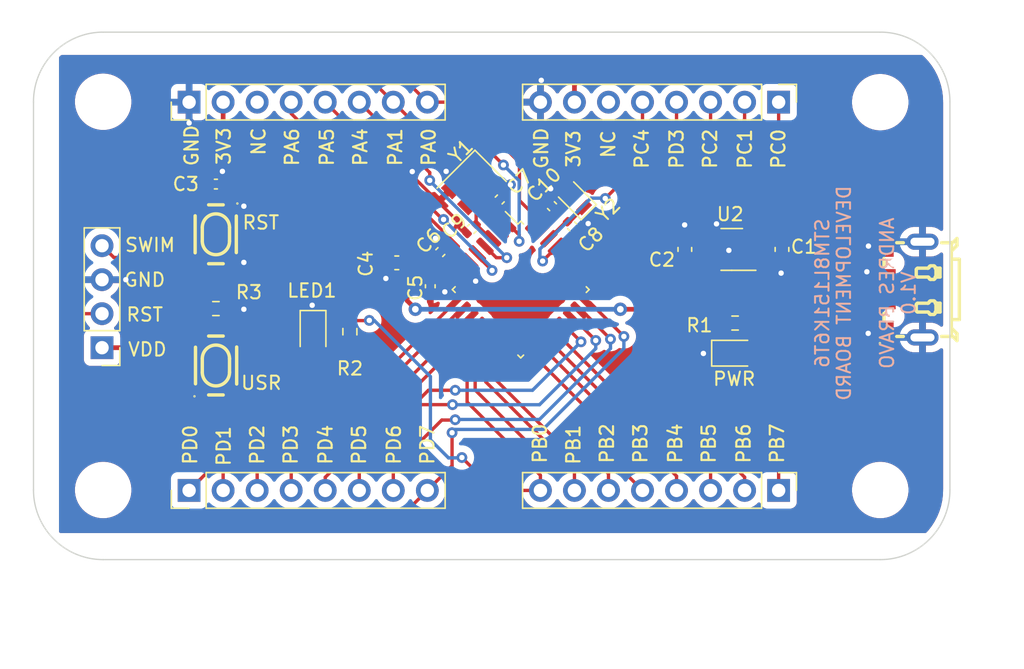
<source format=kicad_pcb>
(kicad_pcb (version 20211014) (generator pcbnew)
  (layers (0 "F.Cu" signal) (31 "B.Cu" signal) (34 "B.Paste" user) (35 "F.Paste" user) (36 "B.SilkS" user "B.Silkscreen") (37 "F.SilkS" user "F.Silkscreen") (38 "B.Mask" user) (39 "F.Mask" user) (44 "Edge.Cuts" user))
  (net 0 "")
  (net 1 "+5V")
  (net 2 "GND")
  (net 3 "+3V3")
  (net 4 "/PA1")
  (net 5 "Net-(D1-Pad2)")
  (net 6 "Net-(D2-Pad2)")
  (net 7 "/PB0")
  (net 8 "/HSE_IN")
  (net 9 "/LSE_IN")
  (net 10 "/PA4")
  (net 11 "/PA5")
  (net 12 "/PA6")
  (net 13 "/PD0")
  (net 14 "/PD1")
  (net 15 "/PD2")
  (net 16 "/PD3")
  (net 17 "/PB1")
  (net 18 "/PB2")
  (net 19 "/PB3")
  (net 20 "/PB4")
  (net 21 "/PB5")
  (net 22 "/PB6")
  (net 23 "/PB7")
  (net 24 "/PD4")
  (net 25 "/PD5")
  (net 26 "/PD6")
  (net 27 "/PD7")
  (net 28 "/PC0")
  (net 29 "/PC1")
  (net 30 "/PC2")
  (net 31 "/PC3")
  (net 32 "/PC4")
  (net 33 "/PA0")
  (net 37 "Net-(R3-Pad1)")
  (net 40 "/HSE_OUT")
  (net 41 "/LSE_OUT")
  (footprint "Capacitor_SMD:C_0402_1005Metric" (layer "F.Cu") (at 132.2 94 -45)
    (fp_text reference "C8")
    (fp_text value "15pF")
  )
  (footprint "Connector_PinHeader_2.54mm:PinHeader_1x08_P2.54mm_Vertical" (layer "F.Cu") (at 147.614986 84.730672 -90)
    (fp_text reference "J3")
    (fp_text value "Conn_01x08")
  )
  (footprint "MountingHole:MountingHole_3.2mm_M3" (layer "F.Cu") (at 97.2 113.7)
    (fp_text reference "H4")
    (fp_text value "MountingHole")
  )
  (footprint "Package_TO_SOT_SMD:SOT-23-5" (layer "F.Cu") (at 144.114986 95.730672 180)
    (fp_text reference "U2")
    (fp_text value "TPMIC5504")
  )
  (footprint "Capacitor_SMD:C_0603_1608Metric" (layer "F.Cu") (at 119.114986 96.730672 180)
    (fp_text reference "C4")
    (fp_text value "1uF")
  )
  (footprint "Crystal:Crystal_SMD_3225-4Pin_3.2x2.5mm" (layer "F.Cu") (at 124.7 90.9 -135)
    (fp_text reference "Y1")
    (fp_text value "8MHz")
  )
  (footprint "Capacitor_SMD:C_0402_1005Metric" (layer "F.Cu") (at 105.614986 90.85)
    (fp_text reference "C3")
    (fp_text value "100nF")
  )
  (footprint "Capacitor_SMD:C_0402_1005Metric" (layer "F.Cu") (at 122.364986 95.930672 45)
    (fp_text reference "C6")
    (fp_text value "100nF")
  )
  (footprint "Resistor_SMD:R_0603_1608Metric" (layer "F.Cu") (at 105.614986 100.15)
    (fp_text reference "R3")
    (fp_text value "100")
  )
  (footprint "Resistor_SMD:R_0603_1608Metric" (layer "F.Cu") (at 115.614986 101.873172 -90)
    (fp_text reference "R2")
    (fp_text value "100")
  )
  (footprint "Connector_USB:MICRO-USB-SMD_MICRO-7.2JB" (layer "F.Cu") (at 156.975058 98.730672 90)
    (fp_text reference "U1" hide)
    (fp_text value "USB_B_Micro")
  )
  (footprint "Capacitor_SMD:C_0402_1005Metric" (layer "F.Cu") (at 126.8 92 45)
    (fp_text reference "C7")
    (fp_text value "15pF")
  )
  (footprint "Connector_PinHeader_2.54mm:PinHeader_1x08_P2.54mm_Vertical" (layer "F.Cu") (at 147.614986 113.730672 -90)
    (fp_text reference "J2")
    (fp_text value "Conn_01x08")
  )
  (footprint "MountingHole:MountingHole_3.2mm_M3" (layer "F.Cu") (at 155.2 84.730672)
    (fp_text reference "H1")
    (fp_text value "MountingHole")
  )
  (footprint "Package_QFP:LQFP-32_7x7mm_P0.8mm" (layer "F.Cu") (at 128.364986 98.730672 -45)
    (fp_text reference "U3")
    (fp_text value "STM8L151K6T6")
  )
  (footprint "Capacitor_SMD:C_0603_1608Metric" (layer "F.Cu") (at 140.614986 95.730672 90)
    (fp_text reference "C2")
    (fp_text value "1uF")
  )
  (footprint "Capacitor_SMD:C_0402_1005Metric" (layer "F.Cu") (at 130.7 92.5 135)
    (fp_text reference "C10")
    (fp_text value "15pF")
  )
  (footprint "Button_Switch_SMD:SW-SMD_4P-L4.2-W3.2-P2.20-LS4.6" (layer "F.Cu") (at 105.614986 104.4 90)
    (fp_text reference "USR")
    (fp_text value "USER")
  )
  (footprint "LED_SMD:LED_0805_2012Metric" (layer "F.Cu") (at 144.302486 103.480672)
    (fp_text reference "PWR")
    (fp_text value "GREEN")
  )
  (footprint "Crystal:Crystal_SMD_2012-2Pin_2.0x1.2mm" (layer "F.Cu") (at 132.6 92.1 135)
    (fp_text reference "Y2")
    (fp_text value "32K768Hz")
  )
  (footprint "Capacitor_SMD:C_0402_1005Metric" (layer "F.Cu") (at 121.614986 98.480672 -90)
    (fp_text reference "C5")
    (fp_text value "100nF")
  )
  (footprint "Capacitor_SMD:C_0603_1608Metric" (layer "F.Cu") (at 147.864986 95.730672 -90)
    (fp_text reference "C1")
    (fp_text value "1uF")
  )
  (footprint "MountingHole:MountingHole_3.2mm_M3" (layer "F.Cu") (at 155.2 113.7)
    (fp_text reference "H3")
    (fp_text value "MountingHole")
  )
  (footprint "MountingHole:MountingHole_3.2mm_M3" (layer "F.Cu") (at 97.2 84.7)
    (fp_text reference "H2")
    (fp_text value "MountingHole")
  )
  (footprint "Resistor_SMD:R_0603_1608Metric" (layer "F.Cu") (at 144.364986 101.230672)
    (fp_text reference "R1")
    (fp_text value "100")
  )
  (footprint "Connector_PinHeader_2.54mm:PinHeader_1x08_P2.54mm_Vertical" (layer "F.Cu") (at 103.614986 84.730672 90)
    (fp_text reference "J1")
    (fp_text value "Conn_01x08")
  )
  (footprint "Connector_PinHeader_2.54mm:PinHeader_1x08_P2.54mm_Vertical" (layer "F.Cu") (at 103.614986 113.730672 90)
    (fp_text reference "J4")
    (fp_text value "Conn_01x08")
  )
  (footprint "Button_Switch_SMD:SW-SMD_4P-L4.2-W3.2-P2.20-LS4.6" (layer "F.Cu") (at 105.614986 94.6 -90)
    (fp_text reference "RST")
    (fp_text value "RESET")
  )
  (footprint "Connector_PinHeader_2.54mm:PinHeader_1x04_P2.54mm_Vertical" (layer "F.Cu") (at 97.114986 103.070672 180)
    (fp_text reference "J5")
    (fp_text value "Conn_01x04")
  )
  (footprint "Capacitor_SMD:C_0402_1005Metric" (layer "F.Cu") (at 124.7 94.2 -135)
    (fp_text reference "C9")
    (fp_text value "15pF")
  )
  (footprint "LED_SMD:LED_0805_2012Metric" (layer "F.Cu") (at 112.864986 101.980672 -90)
    (fp_text reference "LED1")
    (fp_text value "RED")
  )
  (gr_line (start 160.4 84.7) (end 160.4 113.7) (layer "Edge.Cuts") (width 0.1))
  (gr_line (start 92 113.7) (end 92 84.7) (layer "Edge.Cuts") (width 0.1))
  (gr_line (start 155.2 118.9) (end 97.2 118.9) (layer "Edge.Cuts") (width 0.1))
  (gr_arc (start 92 84.7) (mid 93.523045 81.023045) (end 97.2 79.5) (layer "Edge.Cuts") (width 0.1))
  (gr_line (start 97.2 79.5) (end 155.2 79.5) (layer "Edge.Cuts") (width 0.1))
  (gr_arc (start 160.4 113.7) (mid 158.876955 117.376955) (end 155.2 118.9) (layer "Edge.Cuts") (width 0.1))
  (gr_arc (start 97.2 118.9) (mid 93.523045 117.376955) (end 92 113.7) (layer "Edge.Cuts") (width 0.1))
  (gr_arc (start 155.2 79.5) (mid 158.876955 81.023045) (end 160.4 84.7) (layer "Edge.Cuts") (width 0.1))
  (gr_text "STM8L151K6T6\nDEVELOPMENT BOARD\n\nANDRES BRAVO\nV1.0" (at 154.1 99 90) (layer "B.SilkS") (effects (font (size 1 1)) (justify mirror)))
  (gr_text "NC" (at 108.8 88.8 90) (layer "F.SilkS") (effects (font (size 1 1) (thickness 0.16)) (justify left)))
  (gr_text "PD7" (at 121.4 111.9 90) (layer "F.SilkS") (effects (font (size 1 1) (thickness 0.16)) (justify left)))
  (gr_text "PD3" (at 111.2 111.9 90) (layer "F.SilkS") (effects (font (size 1 1) (thickness 0.16)) (justify left)))
  (gr_text "PD5" (at 116.3 111.9 90) (layer "F.SilkS") (effects (font (size 1 1) (thickness 0.16)) (justify left)))
  (gr_text "PD6" (at 118.9 111.9 90) (layer "F.SilkS") (effects (font (size 1 1) (thickness 0.16)) (justify left)))
  (gr_text "VDD" (at 100.5 103.2) (layer "F.SilkS") (effects (font (size 1 1))))
  (gr_text "PC0" (at 147.6 89.8 90) (layer "F.SilkS") (effects (font (size 1 1) (thickness 0.16)) (justify left)))
  (gr_text "PA6" (at 111.3 89.6 90) (layer "F.SilkS") (effects (font (size 1 1) (thickness 0.16)) (justify left)))
  (gr_text "PC4" (at 137.4 89.8 90) (layer "F.SilkS") (effects (font (size 1 1) (thickness 0.16)) (justify left)))
  (gr_text "PB7" (at 147.5 111.8 90) (layer "F.SilkS") (effects (font (size 1 1) (thickness 0.16)) (justify left)))
  (gr_text "RST" (at 100.3 100.6) (layer "F.SilkS") (effects (font (size 1 1))))
  (gr_text "PB1" (at 132.3 111.9 90) (layer "F.SilkS") (effects (font (size 1 1) (thickness 0.16)) (justify left)))
  (gr_text "3V3" (at 132.3 89.7 90) (layer "F.SilkS") (effects (font (size 1 1) (thickness 0.16)) (justify left)))
  (gr_text "GND" (at 100.3 98) (layer "F.SilkS") (effects (font (size 1 1))))
  (gr_text "PA0" (at 121.5 89.6 90) (layer "F.SilkS") (effects (font (size 1 1) (thickness 0.16)) (justify left)))
  (gr_text "PB4" (at 139.9 111.8 90) (layer "F.SilkS") (effects (font (size 1 1) (thickness 0.16)) (justify left)))
  (gr_text "PA5" (at 113.9 89.6 90) (layer "F.SilkS") (effects (font (size 1 1) (thickness 0.16)) (justify left)))
  (gr_text "PD1" (at 106.2 112 90) (layer "F.SilkS") (effects (font (size 1 1) (thickness 0.16)) (justify left)))
  (gr_text "PA1" (at 119 89.6 90) (layer "F.SilkS") (effects (font (size 1 1) (thickness 0.16)) (justify left)))
  (gr_text "PC2" (at 142.5 89.8 90) (layer "F.SilkS") (effects (font (size 1 1) (thickness 0.16)) (justify left)))
  (gr_text "GND" (at 103.8 89.6 90) (layer "F.SilkS") (effects (font (size 1 1) (thickness 0.16)) (justify left)))
  (gr_text "PA4" (at 116.4 89.6 90) (layer "F.SilkS") (effects (font (size 1 1) (thickness 0.16)) (justify left)))
  (gr_text "PB3" (at 137.3 111.8 90) (layer "F.SilkS") (effects (font (size 1 1) (thickness 0.16)) (justify left)))
  (gr_text "GND" (at 129.9 89.8 90) (layer "F.SilkS") (effects (font (size 1 1) (thickness 0.16)) (justify left)))
  (gr_text "PD4" (at 113.8 111.9 90) (layer "F.SilkS") (effects (font (size 1 1) (thickness 0.16)) (justify left)))
  (gr_text "PC1" (at 145.1 89.8 90) (layer "F.SilkS") (effects (font (size 1 1) (thickness 0.16)) (justify left)))
  (gr_text "SWIM" (at 100.7 95.4) (layer "F.SilkS") (effects (font (size 1 1))))
  (gr_text "PD2" (at 108.7 111.9 90) (layer "F.SilkS") (effects (font (size 1 1) (thickness 0.16)) (justify left)))
  (gr_text "PB5\n" (at 142.4 111.8 90) (layer "F.SilkS") (effects (font (size 1 1) (thickness 0.16)) (justify left)))
  (gr_text "PB2" (at 134.8 111.8 90) (layer "F.SilkS") (effects (font (size 1 1) (thickness 0.16)) (justify left)))
  (gr_text "PD0" (at 103.7 111.9 90) (layer "F.SilkS") (effects (font (size 1 1) (thickness 0.16)) (justify left)))
  (gr_text "PB0" (at 129.8 111.8 90) (layer "F.SilkS") (effects (font (size 1 1) (thickness 0.16)) (justify left)))
  (gr_text "3V3" (at 106.2 89.5 90) (layer "F.SilkS") (effects (font (size 1 1) (thickness 0.16)) (justify left)))
  (gr_text "PB6" (at 145 111.8 90) (layer "F.SilkS") (effects (font (size 1 1) (thickness 0.16)) (justify left)))
  (gr_text "PD3" (at 140 89.8 90) (layer "F.SilkS") (effects (font (size 1 1) (thickness 0.16)) (justify left)))
  (gr_text "NC" (at 134.9 89 90) (layer "F.SilkS") (effects (font (size 1 1) (thickness 0.16)) (justify left)))
  (segment (start 148.855672 94.955672) (end 153.900675 100.000675) (width 0.35) (layer "F.Cu") (net 1))
  (segment (start 147.689986 94.780672) (end 147.864986 94.955672) (width 0.35) (layer "F.Cu") (net 1))
  (segment (start 146.019328 96.680672) (end 146.8 95.9) (width 0.35) (layer "F.Cu") (net 1))
  (segment (start 147.864986 94.955672) (end 148.855672 94.955672) (width 0.35) (layer "F.Cu") (net 1))
  (segment (start 145.252486 94.780672) (end 146.719328 94.780672) (width 0.35) (layer "F.Cu") (net 1))
  (segment (start 153.900675 100.000675) (end 155.674956 100.000675) (width 0.35) (layer "F.Cu") (net 1))
  (segment (start 145.252486 96.680672) (end 146.019328 96.680672) (width 0.35) (layer "F.Cu") (net 1))
  (segment (start 146.719328 94.780672) (end 147.689986 94.780672) (width 0.35) (layer "F.Cu") (net 1))
  (segment (start 146.8 94.861344) (end 146.719328 94.780672) (width 0.35) (layer "F.Cu") (net 1))
  (segment (start 146.8 95.9) (end 146.8 94.861344) (width 0.35) (layer "F.Cu") (net 1))
  (segment (start 154.519392 101.980608) (end 154.5 102) (width 0.25) (layer "F.Cu") (net 2))
  (segment (start 130.360589 92.160589) (end 130.360589 91.439411) (width 0.25) (layer "F.Cu") (net 2))
  (segment (start 132.539411 94.339411) (end 132.860589 94.339411) (width 0.25) (layer "F.Cu") (net 2))
  (segment (start 140.614986 93.914986) (end 140.6 93.9) (width 0.25) (layer "F.Cu") (net 2))
  (segment (start 124.360589 94.323865) (end 123.718362 93.681638) (width 0.25) (layer "F.Cu") (net 2))
  (segment (start 122.439328 98.960672) (end 122.5 98.9) (width 0.25) (layer "F.Cu") (net 2))
  (segment (start 97.114986 97.990672) (end 98.890672 97.990672) (width 0.25) (layer "F.Cu") (net 2))
  (segment (start 142.977486 94.780672) (end 142.977486 93.822514) (width 0.25) (layer "F.Cu") (net 2))
  (segment (start 103.614986 84.730672) (end 103.614986 86.285014) (width 0.25) (layer "F.Cu") (net 2))
  (segment (start 130.360589 91.439411) (end 130.6 91.2) (width 0.25) (layer "F.Cu") (net 2))
  (segment (start 154.2 97.4) (end 154.200291 97.399709) (width 0.25) (layer "F.Cu") (net 2))
  (segment (start 127.139411 91.660589) (end 127.139411 91.359089) (width 0.25) (layer "F.Cu") (net 2))
  (segment (start 106.094986 90.85) (end 106.094986 89.905014) (width 0.25) (layer "F.Cu") (net 2))
  (segment (start 122.8 90.555635) (end 122.8 89.9) (width 0.25) (layer "F.Cu") (net 2))
  (segment (start 112.864986 101.043172) (end 112.864986 99.964986) (width 0.25) (layer "F.Cu") (net 2))
  (segment (start 106.439986 100.15) (end 107.55 100.15) (width 0.25) (layer "F.Cu") (net 2))
  (segment (start 121.614986 98.960672) (end 122.439328 98.960672) (width 0.25) (layer "F.Cu") (net 2))
  (segment (start 107.699924 96.700076) (end 107.7 96.7) (width 0.25) (layer "F.Cu") (net 2))
  (segment (start 123.718362 93.681638) (end 123.718362 93.680932) (width 0.25) (layer "F.Cu") (net 2))
  (segment (start 155.600026 95.480736) (end 154.319264 95.480736) (width 0.25) (layer "F.Cu") (net 2))
  (segment (start 106.689916 96.700076) (end 107.699924 96.700076) (width 0.25) (layer "F.Cu") (net 2))
  (segment (start 107.55 100.15) (end 107.6 100.2) (width 0.25) (layer "F.Cu") (net 2))
  (segment (start 123.321142 91.076777) (end 122.8 90.555635) (width 0.25) (layer "F.Cu") (net 2))
  (segment (start 147.864986 96.505672) (end 147.864986 97.435014) (width 0.25) (layer "F.Cu") (net 2))
  (segment (start 133.3 93.9) (end 133.4 93.8) (width 0.25) (layer "F.Cu") (net 2))
  (segment (start 118.339986 96.730672) (end 118.339986 97.860014) (width 0.25) (layer "F.Cu") (net 2))
  (segment (start 143.364986 103.480672) (end 142.019328 103.480672) (width 0.25) (layer "F.Cu") (net 2))
  (segment (start 120.269 90.17) (end 120.269 89.916) (width 0.25) (layer "F.Cu") (net 2))
  (segment (start 155.674956 97.399709) (end 154.200291 97.399709) (width 0.25) (layer "F.Cu") (net 2))
  (segment (start 127.7 90.9) (end 127.5985 90.9) (width 0.25) (layer "F.Cu") (net 2))
  (segment (start 122.5 98.9) (end 122.7 98.9) (width 0.25) (layer "F.Cu") (net 2))
  (segment (start 122.704397 95.89851) (end 123.998602 97.192715) (width 0.25) (layer "F.Cu") (net 2))
  (segment (start 118.339986 97.860014) (end 118.3 97.9) (width 0.25) (layer "F.Cu") (net 2))
  (segment (start 107.699924 92.499924) (end 107.7 92.5) (width 0.25) (layer "F.Cu") (net 2))
  (segment (start 132.860589 94.339411) (end 133.3 93.9) (width 0.25) (layer "F.Cu") (net 2))
  (segment (start 123.718362 93.680932) (end 120.269 90.23157) (width 0.25) (layer "F.Cu") (net 2))
  (segment (start 107.6 100.2) (end 107.7 100.2) (width 0.25) (layer "F.Cu") (net 2))
  (segment (start 124.360589 94.539411) (end 124.360589 94.323865) (width 0.25) (layer "F.Cu") (net 2))
  (segment (start 140.614986 94.955672) (end 140.614986 93.914986) (width 0.25) (layer "F.Cu") (net 2))
  (segment (start 106.094986 89.905014) (end 106.1 89.9) (width 0.25) (layer "F.Cu") (net 2))
  (segment (start 127.523223 90.723223) (end 127.7 90.9) (width 0.25) (layer "F.Cu") (net 2))
  (segment (start 124.092715 97.192715) (end 125 98.1) (width 0.25) (layer "F.Cu") (net 2))
  (segment (start 112.864986 99.964986) (end 112.8 99.9) (width 0.25) (layer "F.Cu") (net 2))
  (segment (start 129.834986 84.730672) (end 129.834986 83.165014) (width 0.25) (layer "F.Cu") (net 2))
  (segment (start 103.6 86.3) (end 103.614986 86.285014) (width 0.25) (layer "F.Cu") (net 2))
  (segment (start 122.691261 95.591261) (end 122 94.9) (width 0.25) (layer "F.Cu") (net 2))
  (segment (start 154.3 95.5) (end 154.319264 95.480736) (width 0.25) (layer "F.Cu") (net 2))
  (segment (start 122.704397 95.591261) (end 122.691261 95.591261) (width 0.25) (layer "F.Cu") (net 2))
  (segment (start 98.9 98) (end 98.890672 97.990672) (width 0.25) (layer "F.Cu") (net 2))
  (segment (start 155.600026 101.980608) (end 154.519392 101.980608) (width 0.25) (layer "F.Cu") (net 2))
  (segment (start 147.864986 97.435014) (end 147.8 97.5) (width 0.25) (layer "F.Cu") (net 2))
  (segment (start 122.704397 95.591261) (end 122.704397 95.89851) (width 0.25) (layer "F.Cu") (net 2))
  (segment (start 106.689916 92.499924) (end 107.699924 92.499924) (width 0.25) (layer "F.Cu") (net 2))
  (segment (start 143 93.8) (end 142.977486 93.822514) (width 0.25) (layer "F.Cu") (net 2))
  (segment (start 129.834986 83.165014) (end 129.9 83.1) (width 0.25) (layer "F.Cu") (net 2))
  (segment (start 145.252486 95.730672) (end 143.969328 95.730672) (width 0.25) (layer "F.Cu") (net 2))
  (segment (start 143.969328 95.730672) (end 143.9 95.8) (width 0.25) (layer "F.Cu") (net 2))
  (segment (start 142.019328 103.480672) (end 142 103.5) (width 0.25) (layer "F.Cu") (net 2))
  (segment (start 127.139411 91.359089) (end 127.5985 90.9) (width 0.25) (layer "F.Cu") (net 2))
  (segment (start 120.269 90.23157) (end 120.269 90.17) (width 0.25) (layer "F.Cu") (net 2))
  (segment (start 154.5 102) (end 154.3 102) (width 0.25) (layer "F.Cu") (net 2))
  (segment (start 123.998602 97.192715) (end 124.092715 97.192715) (width 0.25) (layer "F.Cu") (net 2))
  (segment (start 126.078858 90.723223) (end 127.523223 90.723223) (width 0.25) (layer "F.Cu") (net 2))
  (via (at 143.9 95.8) (size 0.8) (drill 0.4) (layers "F.Cu" "B.Cu") (net 2))
  (via (at 140.6 93.9) (size 0.8) (drill 0.4) (layers "F.Cu" "B.Cu") (net 2))
  (via (at 154.319264 95.480736) (size 0.8) (drill 0.4) (layers "F.Cu" "B.Cu") (net 2))
  (via (at 154.3 102) (size 0.8) (drill 0.4) (layers "F.Cu" "B.Cu") (net 2))
  (via (at 122.8 89.9) (size 0.8) (drill 0.4) (layers "F.Cu" "B.Cu") (net 2))
  (via (at 118.3 97.9) (size 0.8) (drill 0.4) (layers "F.Cu" "B.Cu") (net 2))
  (via (at 107.7 92.5) (size 0.8) (drill 0.4) (layers "F.Cu" "B.Cu") (net 2))
  (via (at 154.200291 97.399709) (size 0.8) (drill 0.4) (layers "F.Cu" "B.Cu") (net 2))
  (via (at 125 98.1) (size 0.8) (drill 0.4) (layers "F.Cu" "B.Cu") (net 2))
  (via (at 133.4 93.8) (size 0.8) (drill 0.4) (layers "F.Cu" "B.Cu") (net 2))
  (via (at 142 103.5) (size 0.8) (drill 0.4) (layers "F.Cu" "B.Cu") (net 2))
  (via (at 142.977486 93.822514) (size 0.8) (drill 0.4) (layers "F.Cu" "B.Cu") (net 2))
  (via (at 122.7 98.9) (size 0.8) (drill 0.4) (layers "F.Cu" "B.Cu") (net 2))
  (via (at 127.5985 90.9) (size 0.8) (drill 0.4) (layers "F.Cu" "B.Cu") (net 2))
  (via (at 107.7 100.2) (size 0.8) (drill 0.4) (layers "F.Cu" "B.Cu") (net 2))
  (via (at 112.8 99.9) (size 0.8) (drill 0.4) (layers "F.Cu" "B.Cu") (net 2))
  (via (at 107.7 96.7) (size 0.8) (drill 0.4) (layers "F.Cu" "B.Cu") (net 2))
  (via (at 120.269 89.916) (size 0.8) (drill 0.4) (layers "F.Cu" "B.Cu") (net 2))
  (via (at 122 94.9) (size 0.8) (drill 0.4) (layers "F.Cu" "B.Cu") (net 2))
  (via (at 147.8 97.5) (size 0.8) (drill 0.4) (layers "F.Cu" "B.Cu") (net 2))
  (via (at 130.6 91.2) (size 0.8) (drill 0.4) (layers "F.Cu" "B.Cu") (net 2))
  (via (at 98.890672 97.990672) (size 0.8) (drill 0.4) (layers "F.Cu" "B.Cu") (net 2))
  (via (at 129.9 83.1) (size 0.8) (drill 0.4) (layers "F.Cu" "B.Cu") (net 2))
  (via (at 103.614986 86.285014) (size 0.8) (drill 0.4) (layers "F.Cu" "B.Cu") (net 2))
  (via (at 106.1 89.9) (size 0.8) (drill 0.4) (layers "F.Cu" "B.Cu") (net 2))
  (segment (start 116.329657 95.270343) (end 118.429657 95.270343) (width 0.35) (layer "F.Cu") (net 3))
  (segment (start 139.305672 96.505672) (end 138.6 95.8) (width 0.35) (layer "F.Cu") (net 3))
  (segment (start 119.889986 96.730672) (end 121.564986 96.730672) (width 0.35) (layer "F.Cu") (net 3))
  (segment (start 133.5 82.3) (end 132.374986 83.425014) (width 0.35) (layer "F.Cu") (net 3))
  (segment (start 138.6 94.2) (end 144.8 88) (width 0.35) (layer "F.Cu") (net 3))
  (segment (start 140.809314 96.7) (end 142.958158 96.7) (width 0.35) (layer "F.Cu") (net 3))
  (segment (start 120.344986 96.730672) (end 121.614986 98.000672) (width 0.35) (layer "F.Cu") (net 3))
  (segment (start 150.3 86.3) (end 150.3 83) (width 0.35) (layer "F.Cu") (net 3))
  (segment (start 138.6 95.8) (end 138.6 94.2) (width 0.35) (layer "F.Cu") (net 3))
  (segment (start 121.584986 98.030672) (end 121.614986 98.000672) (width 0.25) (layer "F.Cu") (net 3))
  (segment (start 149.6 82.3) (end 133.5 82.3) (width 0.35) (layer "F.Cu") (net 3))
  (segment (start 140.614986 98.305672) (end 143.539986 101.230672) (width 0.35) (layer "F.Cu") (net 3))
  (segment (start 106.154986 86.154986) (end 106.154986 84.730672) (width 0.35) (layer "F.Cu") (net 3))
  (segment (start 106.9 86.9) (end 106.154986 86.154986) (width 0.35) (layer "F.Cu") (net 3))
  (segment (start 150.3 83) (end 149.6 82.3) (width 0.35) (layer "F.Cu") (net 3))
  (segment (start 104.1 98.2) (end 113.4 98.2) (width 0.35) (layer "F.Cu") (net 3))
  (segment (start 119.889986 96.730672) (end 118.429657 95.270343) (width 0.35) (layer "F.Cu") (net 3))
  (segment (start 132.374986 83.425014) (end 132.374986 84.730672) (width 0.35) (layer "F.Cu") (net 3))
  (segment (start 120.464986 100.164986) (end 120.5 100.2) (width 0.35) (layer "F.Cu") (net 3))
  (segment (start 121.564986 96.730672) (end 122.025575 96.270083) (width 0.35) (layer "F.Cu") (net 3))
  (segment (start 122.025575 96.270083) (end 122.025575 96.351059) (width 0.35) (layer "F.Cu") (net 3))
  (segment (start 140.614986 96.985014) (end 140.614986 96.505672) (width 0.35) (layer "F.Cu") (net 3))
  (segment (start 140.614986 96.505672) (end 140.614986 98.305672) (width 0.35) (layer "F.Cu") (net 3))
  (segment (start 148.6 88) (end 150.3 86.3) (width 0.35) (layer "F.Cu") (net 3))
  (segment (start 140.614986 96.505672) (end 139.305672 96.505672) (width 0.35) (layer "F.Cu") (net 3))
  (segment (start 140.614986 96.505672) (end 140.809314 96.7) (width 0.35) (layer "F.Cu") (net 3))
  (segment (start 97.114986 103.070672) (end 99.229328 103.070672) (width 0.35) (layer "F.Cu") (net 3))
  (segment (start 137.4 100.2) (end 140.614986 96.985014) (width 0.35) (layer "F.Cu") (net 3))
  (segment (start 99.229328 103.070672) (end 104.1 98.2) (width 0.35) (layer "F.Cu") (net 3))
  (segment (start 137.4 100.2) (end 135.8 100.2) (width 0.35) (layer "F.Cu") (net 3))
  (segment (start 110.059314 86.9) (end 106.9 86.9) (width 0.35) (layer "F.Cu") (net 3))
  (segment (start 119.889986 99.555672) (end 120.464986 100.130672) (width 0.35) (layer "F.Cu") (net 3))
  (segment (start 142.958158 96.7) (end 142.977486 96.680672) (width 0.35) (layer "F.Cu") (net 3))
  (segment (start 113.4 98.2) (end 116.329657 95.270343) (width 0.35) (layer "F.Cu") (net 3))
  (segment (start 120.464986 100.130672) (end 120.464986 100.164986) (width 0.35) (layer "F.Cu") (net 3))
  (segment (start 119.889986 96.730672) (end 120.344986 96.730672) (width 0.35) (layer "F.Cu") (net 3))
  (segment (start 122.025575 96.351059) (end 123.432916 97.7584) (width 0.35) (layer "F.Cu") (net 3))
  (segment (start 119.889986 96.730672) (end 119.889986 99.555672) (width 0.35) (layer "F.Cu") (net 3))
  (segment (start 118.429657 95.270343) (end 110.059314 86.9) (width 0.35) (layer "F.Cu") (net 3))
  (segment (start 144.8 88) (end 148.6 88) (width 0.35) (layer "F.Cu") (net 3))
  (via (at 135.8 100.2) (size 1) (drill 0.5) (layers "F.Cu" "B.Cu") (net 3))
  (via (at 120.5 100.2) (size 1) (drill 0.5) (layers "F.Cu" "B.Cu") (net 3))
  (segment (start 120.5 100.2) (end 135.8 100.2) (width 0.35) (layer "B.Cu") (net 3))
  (segment (start 127.075 89.425) (end 125.05 87.4) (width 0.25) (layer "F.Cu") (net 4))
  (segment (start 97.995062 96.330748) (end 104.540056 96.330748) (width 0.25) (layer "F.Cu") (net 4))
  (segment (start 127.392714 93.798602) (end 127.398602 93.798602) (width 0.25) (layer "F.Cu") (net 4))
  (segment (start 125.05 87.4) (end 121.524314 87.4) (width 0.25) (layer "F.Cu") (net 4))
  (segment (start 117 82.875686) (end 118.854986 84.730672) (width 0.25) (layer "F.Cu") (net 4))
  (segment (start 101.775 86.125) (end 101.775 83.35) (width 0.25) (layer "F.Cu") (net 4))
  (segment (start 101.775 83.35) (end 102.275 82.85) (width 0.25) (layer "F.Cu") (net 4))
  (segment (start 102.275 82.85) (end 117 82.85) (width 0.25) (layer "F.Cu") (net 4))
  (segment (start 128.25 94.65) (end 128.25 95.125) (width 0.25) (layer "F.Cu") (net 4))
  (segment (start 105.134986 89.484986) (end 101.775 86.125) (width 0.25) (layer "F.Cu") (net 4))
  (segment (start 127.398602 93.798602) (end 128.25 94.65) (width 0.25) (layer "F.Cu") (net 4))
  (segment (start 104.540056 96.700076) (end 104.540056 92.499924) (width 0.25) (layer "F.Cu") (net 4))
  (segment (start 97.114986 95.450672) (end 97.995062 96.330748) (width 0.25) (layer "F.Cu") (net 4))
  (segment (start 117 82.85) (end 117 82.875686) (width 0.25) (layer "F.Cu") (net 4))
  (segment (start 105.134986 90.85) (end 105.134986 89.484986) (width 0.25) (layer "F.Cu") (net 4))
  (segment (start 105.134986 90.85) (end 105.134986 91.904994) (width 0.25) (layer "F.Cu") (net 4))
  (segment (start 105.134986 91.904994) (end 104.540056 92.499924) (width 0.25) (layer "F.Cu") (net 4))
  (segment (start 121.524314 87.4) (end 118.854986 84.730672) (width 0.25) (layer "F.Cu") (net 4))
  (via (at 128.25 95.125) (size 0.8) (drill 0.4) (layers "F.Cu" "B.Cu") (net 4))
  (via (at 127.075 89.425) (size 0.8) (drill 0.4) (layers "F.Cu" "B.Cu") (net 4))
  (segment (start 128.25 95.125) (end 128.25 90.6) (width 0.25) (layer "B.Cu") (net 4))
  (segment (start 128.25 90.6) (end 127.075 89.425) (width 0.25) (layer "B.Cu") (net 4))
  (segment (start 145.189986 101.230672) (end 145.189986 103.430672) (width 0.25) (layer "F.Cu") (net 5))
  (segment (start 145.189986 103.430672) (end 145.239986 103.480672) (width 0.25) (layer "F.Cu") (net 5))
  (segment (start 112.864986 102.918172) (end 115.394986 102.918172) (width 0.25) (layer "F.Cu") (net 6))
  (segment (start 115.394986 102.918172) (end 115.614986 102.698172) (width 0.25) (layer "F.Cu") (net 6))
  (segment (start 125.695658 101.965686) (end 125.695658 102.1) (width 0.25) (layer "F.Cu") (net 7))
  (segment (start 125.695658 102) (end 124.364986 103.330672) (width 0.25) (layer "F.Cu") (net 7))
  (segment (start 117.047486 101.048172) (end 117.064986 101.030672) (width 0.25) (layer "F.Cu") (net 7))
  (segment (start 126.430672 113.730672) (end 129.834986 113.730672) (width 0.25) (layer "F.Cu") (net 7))
  (segment (start 115.614986 101.048172) (end 117.047486 101.048172) (width 0.25) (layer "F.Cu") (net 7))
  (segment (start 125.695658 101.965686) (end 125.629972 101.965686) (width 0.25) (layer "F.Cu") (net 7))
  (segment (start 123.975 111.275) (end 126.430672 113.730672) (width 0.25) (layer "F.Cu") (net 7))
  (segment (start 125.695658 101.965686) (end 125.695658 102) (width 0.25) (layer "F.Cu") (net 7))
  (segment (start 124.364986 103.330672) (end 124.364986 107.130672) (width 0.25) (layer "F.Cu") (net 7))
  (segment (start 124.364986 107.130672) (end 129.834986 112.600672) (width 0.25) (layer "F.Cu") (net 7))
  (segment (start 129.834986 112.600672) (end 129.834986 113.730672) (width 0.25) (layer "F.Cu") (net 7))
  (via (at 123.975 111.275) (size 0.8) (drill 0.4) (layers "F.Cu" "B.Cu") (net 7))
  (via (at 117.064986 101.030672) (size 0.8) (drill 0.4) (layers "F.Cu" "B.Cu") (net 7))
  (segment (start 117.430672 101.030672) (end 120.6 104.2) (width 0.25) (layer "B.Cu") (net 7))
  (segment (start 123.725 111.3) (end 123.95 111.3) (width 0.25) (layer "B.Cu") (net 7))
  (segment (start 120.6 104.2) (end 121.625 105.225) (width 0.25) (layer "B.Cu") (net 7))
  (segment (start 122.975 111.3) (end 123.725 111.3) (width 0.25) (layer "B.Cu") (net 7))
  (segment (start 121.625 109.95) (end 122.975 111.3) (width 0.25) (layer "B.Cu") (net 7))
  (segment (start 121.625 105.225) (end 121.625 109.95) (width 0.25) (layer "B.Cu") (net 7))
  (segment (start 123.95 111.3) (end 123.975 111.275) (width 0.25) (layer "B.Cu") (net 7))
  (segment (start 117.064986 101.030672) (end 117.430672 101.030672) (width 0.25) (layer "B.Cu") (net 7))
  (segment (start 126.764288 94.364288) (end 126.1 93.7) (width 0.25) (layer "F.Cu") (net 8))
  (segment (start 124.8 89.597919) (end 124.876777 89.521142) (width 0.25) (layer "F.Cu") (net 8))
  (segment (start 126.1 93.7) (end 126.1 92.7) (width 0.25) (layer "F.Cu") (net 8))
  (segment (start 126.239411 92.339411) (end 124.8 90.9) (width 0.25) (layer "F.Cu") (net 8))
  (segment (start 124.8 90.9) (end 124.8 89.597919) (width 0.25) (layer "F.Cu") (net 8))
  (segment (start 126.827029 94.364288) (end 126.764288 94.364288) (width 0.25) (layer "F.Cu") (net 8))
  (segment (start 126.460589 92.339411) (end 126.239411 92.339411) (width 0.25) (layer "F.Cu") (net 8))
  (segment (start 126.1 92.7) (end 126.460589 92.339411) (width 0.25) (layer "F.Cu") (net 8))
  (segment (start 131.739411 93.660589) (end 131.860589 93.660589) (width 0.25) (layer "F.Cu") (net 9))
  (segment (start 130.468629 94.929973) (end 130.470027 94.929973) (width 0.25) (layer "F.Cu") (net 9))
  (segment (start 131.860589 93.660589) (end 132.029361 93.660589) (width 0.25) (layer "F.Cu") (net 9))
  (segment (start 132.029361 93.660589) (end 133.094975 92.594975) (width 0.25) (layer "F.Cu") (net 9))
  (segment (start 130.470027 94.929973) (end 131.739411 93.660589) (width 0.25) (layer "F.Cu") (net 9))
  (segment (start 121.575 90.575) (end 121.575 89.990686) (width 0.25) (layer "F.Cu") (net 10))
  (segment (start 125.695658 95.495658) (end 126.55 96.35) (width 0.25) (layer "F.Cu") (net 10))
  (segment (start 121.575 89.990686) (end 116.314986 84.730672) (width 0.25) (layer "F.Cu") (net 10))
  (segment (start 126.55 96.35) (end 127.325 96.35) (width 0.25) (layer "F.Cu") (net 10))
  (via (at 121.575 90.575) (size 0.8) (drill 0.4) (layers "F.Cu" "B.Cu") (net 10))
  (via (at 127.325 96.35) (size 0.8) (drill 0.4) (layers "F.Cu" "B.Cu") (net 10))
  (segment (start 121.75 90.775) (end 121.75 90.75) (width 0.25) (layer "B.Cu") (net 10))
  (segment (start 127.325 96.35) (end 121.75 90.775) (width 0.25) (layer "B.Cu") (net 10))
  (segment (start 121.75 90.75) (end 121.575 90.575) (width 0.25) (layer "B.Cu") (net 10))
  (segment (start 125.129972 96.061344) (end 125.129972 96.204972) (width 0.25) (layer "F.Cu") (net 11))
  (segment (start 125.129972 96.204972) (end 126.225 97.3) (width 0.25) (layer "F.Cu") (net 11))
  (segment (start 122.544314 93.5) (end 113.774986 84.730672) (width 0.25) (layer "F.Cu") (net 11))
  (segment (start 122.544314 93.5) (end 122.6 93.5) (width 0.25) (layer "F.Cu") (net 11))
  (segment (start 122.6 93.5) (end 122.607681 93.492319) (width 0.25) (layer "F.Cu") (net 11))
  (via (at 122.607681 93.492319) (size 0.8) (drill 0.4) (layers "F.Cu" "B.Cu") (net 11))
  (via (at 126.225 97.3) (size 0.8) (drill 0.4) (layers "F.Cu" "B.Cu") (net 11))
  (segment (start 122.607681 93.492319) (end 126.225 97.109638) (width 0.25) (layer "B.Cu") (net 11))
  (segment (start 126.225 97.109638) (end 126.225 97.3) (width 0.25) (layer "B.Cu") (net 11))
  (segment (start 123.698 95.758) (end 123.698 95.504) (width 0.25) (layer "F.Cu") (net 12))
  (segment (start 123.698 95.504) (end 116.586 88.392) (width 0.25) (layer "F.Cu") (net 12))
  (segment (start 124.564287 96.627029) (end 124.564287 96.624287) (width 0.25) (layer "F.Cu") (net 12))
  (segment (start 114.046 88.392) (end 111.234986 85.580986) (width 0.25) (layer "F.Cu") (net 12))
  (segment (start 116.586 88.392) (end 114.046 88.392) (width 0.25) (layer "F.Cu") (net 12))
  (segment (start 124.564287 96.624287) (end 123.698 95.758) (width 0.25) (layer "F.Cu") (net 12))
  (segment (start 111.234986 85.580986) (end 111.234986 84.730672) (width 0.25) (layer "F.Cu") (net 12))
  (segment (start 103.614986 113.730672) (end 113.114986 104.230672) (width 0.25) (layer "F.Cu") (net 13))
  (segment (start 113.114986 104.230672) (end 118.905188 104.230672) (width 0.25) (layer "F.Cu") (net 13))
  (segment (start 118.905188 104.230672) (end 123.432916 99.702944) (width 0.25) (layer "F.Cu") (net 13))
  (segment (start 119.264986 104.830672) (end 113.464986 104.830672) (width 0.25) (layer "F.Cu") (net 14))
  (segment (start 113.464986 104.830672) (end 106.154986 112.140672) (width 0.25) (layer "F.Cu") (net 14))
  (segment (start 123.998602 100.268629) (end 123.827029 100.268629) (width 0.25) (layer "F.Cu") (net 14))
  (segment (start 106.154986 112.140672) (end 106.154986 113.730672) (width 0.25) (layer "F.Cu") (net 14))
  (segment (start 123.827029 100.268629) (end 119.264986 104.830672) (width 0.25) (layer "F.Cu") (net 14))
  (segment (start 119.86793 105.530672) (end 124.564287 100.834315) (width 0.25) (layer "F.Cu") (net 15))
  (segment (start 108.694986 113.730672) (end 108.694986 110.800672) (width 0.25) (layer "F.Cu") (net 15))
  (segment (start 108.694986 110.800672) (end 113.964986 105.530672) (width 0.25) (layer "F.Cu") (net 15))
  (segment (start 113.964986 105.530672) (end 119.86793 105.530672) (width 0.25) (layer "F.Cu") (net 15))
  (segment (start 111.234986 113.730672) (end 111.234986 109.260672) (width 0.25) (layer "F.Cu") (net 16))
  (segment (start 120.3993 106.130672) (end 125.129972 101.4) (width 0.25) (layer "F.Cu") (net 16))
  (segment (start 114.364986 106.130672) (end 120.3993 106.130672) (width 0.25) (layer "F.Cu") (net 16))
  (segment (start 111.234986 109.260672) (end 114.364986 106.130672) (width 0.25) (layer "F.Cu") (net 16))
  (segment (start 124.964986 106.230672) (end 129.664986 110.930672) (width 0.25) (layer "F.Cu") (net 17))
  (segment (start 129.664986 110.930672) (end 130.964986 110.930672) (width 0.25) (layer "F.Cu") (net 17))
  (segment (start 126.261343 102.531371) (end 126.261343 102.634315) (width 0.25) (layer "F.Cu") (net 17))
  (segment (start 130.964986 110.930672) (end 132.374986 112.340672) (width 0.25) (layer "F.Cu") (net 17))
  (segment (start 132.374986 112.340672) (end 132.374986 113.730672) (width 0.25) (layer "F.Cu") (net 17))
  (segment (start 124.964986 103.930672) (end 124.964986 106.230672) (width 0.25) (layer "F.Cu") (net 17))
  (segment (start 126.261343 102.634315) (end 124.964986 103.930672) (width 0.25) (layer "F.Cu") (net 17))
  (segment (start 125.764986 104.230672) (end 125.764986 105.630672) (width 0.25) (layer "F.Cu") (net 18))
  (segment (start 132.664986 110.230672) (end 134.914986 112.480672) (width 0.25) (layer "F.Cu") (net 18))
  (segment (start 125.764986 105.630672) (end 130.364986 110.230672) (width 0.25) (layer "F.Cu") (net 18))
  (segment (start 126.827029 103.097056) (end 126.827029 103.168629) (width 0.25) (layer "F.Cu") (net 18))
  (segment (start 134.914986 112.480672) (end 134.914986 113.730672) (width 0.25) (layer "F.Cu") (net 18))
  (segment (start 126.827029 103.168629) (end 125.764986 104.230672) (width 0.25) (layer "F.Cu") (net 18))
  (segment (start 130.364986 110.230672) (end 132.664986 110.230672) (width 0.25) (layer "F.Cu") (net 18))
  (segment (start 133.354986 109.630672) (end 137.454986 113.730672) (width 0.25) (layer "F.Cu") (net 19))
  (segment (start 126.364986 104.630672) (end 126.364986 105.330672) (width 0.25) (layer "F.Cu") (net 19))
  (segment (start 126.364986 105.330672) (end 130.664986 109.630672) (width 0.25) (layer "F.Cu") (net 19))
  (segment (start 130.664986 109.630672) (end 133.354986 109.630672) (width 0.25) (layer "F.Cu") (net 19))
  (segment (start 127.332916 103.662742) (end 126.364986 104.630672) (width 0.25) (layer "F.Cu") (net 19))
  (segment (start 127.392714 103.662742) (end 127.332916 103.662742) (width 0.25) (layer "F.Cu") (net 19))
  (segment (start 129.337258 103.662742) (end 136.605188 110.930672) (width 0.25) (layer "F.Cu") (net 20))
  (segment (start 138.264986 110.930672) (end 139.994986 112.660672) (width 0.25) (layer "F.Cu") (net 20))
  (segment (start 139.994986 112.660672) (end 139.994986 113.730672) (width 0.25) (layer "F.Cu") (net 20))
  (segment (start 136.605188 110.930672) (end 138.264986 110.930672) (width 0.25) (layer "F.Cu") (net 20))
  (segment (start 140.364986 110.130672) (end 142.564986 112.330672) (width 0.25) (layer "F.Cu") (net 21))
  (segment (start 142.564986 112.330672) (end 142.534986 112.360672) (width 0.25) (layer "F.Cu") (net 21))
  (segment (start 129.902943 103.097056) (end 130.03137 103.097056) (width 0.25) (layer "F.Cu") (net 21))
  (segment (start 137.064986 110.130672) (end 140.364986 110.130672) (width 0.25) (layer "F.Cu") (net 21))
  (segment (start 130.03137 103.097056) (end 137.064986 110.130672) (width 0.25) (layer "F.Cu") (net 21))
  (segment (start 142.534986 112.360672) (end 142.534986 113.730672) (width 0.25) (layer "F.Cu") (net 21))
  (segment (start 130.468629 102.531371) (end 130.468629 102.534315) (width 0.25) (layer "F.Cu") (net 22))
  (segment (start 137.164986 109.230672) (end 141.564986 109.230672) (width 0.25) (layer "F.Cu") (net 22))
  (segment (start 130.468629 102.534315) (end 137.164986 109.230672) (width 0.25) (layer "F.Cu") (net 22))
  (segment (start 145.074986 112.740672) (end 145.074986 113.730672) (width 0.25) (layer "F.Cu") (net 22))
  (segment (start 141.564986 109.230672) (end 145.074986 112.740672) (width 0.25) (layer "F.Cu") (net 22))
  (segment (start 131.034314 101.965686) (end 131.034314 102) (width 0.25) (layer "F.Cu") (net 23))
  (segment (start 147.614986 112.280672) (end 147.614986 113.730672) (width 0.25) (layer "F.Cu") (net 23))
  (segment (start 143.664986 108.330672) (end 147.614986 112.280672) (width 0.25) (layer "F.Cu") (net 23))
  (segment (start 137.364986 108.330672) (end 143.664986 108.330672) (width 0.25) (layer "F.Cu") (net 23))
  (segment (start 131.034314 102) (end 137.364986 108.330672) (width 0.25) (layer "F.Cu") (net 23))
  (segment (start 123.475 106.25) (end 121.475 106.25) (width 0.25) (layer "F.Cu") (net 24))
  (segment (start 120.925 106.8) (end 119.725 106.8) (width 0.25) (layer "F.Cu") (net 24))
  (segment (start 113.774986 112.750014) (end 113.774986 113.730672) (width 0.25) (layer "F.Cu") (net 24))
  (segment (start 131.634314 101.4) (end 132.864986 102.630672) (width 0.25) (layer "F.Cu") (net 24))
  (segment (start 119.725 106.8) (end 113.774986 112.750014) (width 0.25) (layer "F.Cu") (net 24))
  (segment (start 131.6 101.4) (end 131.634314 101.4) (width 0.25) (layer "F.Cu") (net 24))
  (segment (start 121.475 106.25) (end 120.925 106.8) (width 0.25) (layer "F.Cu") (net 24))
  (via (at 123.475 106.25) (size 0.8) (drill 0.4) (layers "F.Cu" "B.Cu") (net 24))
  (via (at 132.864986 102.630672) (size 0.8) (drill 0.4) (layers "F.Cu" "B.Cu") (net 24))
  (segment (start 129.245658 106.25) (end 123.475 106.25) (width 0.25) (layer "B.Cu") (net 24))
  (segment (start 132.864986 102.630672) (end 129.245658 106.25) (width 0.25) (layer "B.Cu") (net 24))
  (segment (start 132.268629 100.834315) (end 133.964986 102.530672) (width 0.25) (layer "F.Cu") (net 25))
  (segment (start 132.165685 100.834315) (end 132.268629 100.834315) (width 0.25) (layer "F.Cu") (net 25))
  (segment (start 116.314986 111.410014) (end 116.314986 113.730672) (width 0.25) (layer "F.Cu") (net 25))
  (segment (start 120.4 107.325) (end 116.314986 111.410014) (width 0.25) (layer "F.Cu") (net 25))
  (segment (start 123.275 107.325) (end 120.4 107.325) (width 0.25) (layer "F.Cu") (net 25))
  (via (at 123.275 107.325) (size 0.8) (drill 0.4) (layers "F.Cu" "B.Cu") (net 25))
  (via (at 133.964986 102.530672) (size 0.8) (drill 0.4) (layers "F.Cu" "B.Cu") (net 25))
  (segment (start 123.280672 107.330672) (end 123.275 107.325) (width 0.25) (layer "B.Cu") (net 25))
  (segment (start 133.964986 103.130672) (end 129.764986 107.330672) (width 0.25) (layer "B.Cu") (net 25))
  (segment (start 129.764986 107.330672) (end 123.280672 107.330672) (width 0.25) (layer "B.Cu") (net 25))
  (segment (start 133.964986 102.530672) (end 133.964986 103.130672) (width 0.25) (layer "B.Cu") (net 25))
  (segment (start 122.475 108.475) (end 118.854986 112.095014) (width 0.25) (layer "F.Cu") (net 26))
  (segment (start 123.475 108.45) (end 123.45 108.475) (width 0.25) (layer "F.Cu") (net 26))
  (segment (start 132.73137 100.268629) (end 132.902943 100.268629) (width 0.25) (layer "F.Cu") (net 26))
  (segment (start 132.902943 100.268629) (end 135.064986 102.430672) (width 0.25) (layer "F.Cu") (net 26))
  (segment (start 123.45 108.475) (end 122.475 108.475) (width 0.25) (layer "F.Cu") (net 26))
  (segment (start 118.854986 112.095014) (end 118.854986 113.730672) (width 0.25) (layer "F.Cu") (net 26))
  (via (at 135.064986 102.430672) (size 0.8) (drill 0.4) (layers "F.Cu" "B.Cu") (net 26))
  (via (at 123.475 108.45) (size 0.8) (drill 0.4) (layers "F.Cu" "B.Cu") (net 26))
  (segment (start 129.764986 108.430672) (end 123.494328 108.430672) (width 0.25) (layer "B.Cu") (net 26))
  (segment (start 135.064986 103.130672) (end 129.764986 108.430672) (width 0.25) (layer "B.Cu") (net 26))
  (segment (start 135.064986 102.430672) (end 135.064986 103.130672) (width 0.25) (layer "B.Cu") (net 26))
  (segment (start 123.494328 108.430672) (end 123.475 108.45) (width 0.25) (layer "B.Cu") (net 26))
  (segment (start 101.564986 115.530672) (end 101.964986 115.930672) (width 0.25) (layer "F.Cu") (net 27))
  (segment (start 106.689916 108.605742) (end 105.864986 109.430672) (width 0.25) (layer "F.Cu") (net 27))
  (segment (start 101.964986 115.930672) (end 119.194986 115.930672) (width 0.25) (layer "F.Cu") (net 27))
  (segment (start 133.537258 99.702944) (end 136.064986 102.230672) (width 0.25) (layer "F.Cu") (net 27))
  (segment (start 119.194986 115.930672) (end 121.394986 113.730672) (width 0.25) (layer "F.Cu") (net 27))
  (segment (start 106.689916 102.299924) (end 106.689916 106.500076) (width 0.25) (layer "F.Cu") (net 27))
  (segment (start 133.297056 99.702944) (end 133.537258 99.702944) (width 0.25) (layer "F.Cu") (net 27))
  (segment (start 102.064986 109.430672) (end 101.564986 109.930672) (width 0.25) (layer "F.Cu") (net 27))
  (segment (start 106.689916 106.500076) (end 106.689916 108.605742) (width 0.25) (layer "F.Cu") (net 27))
  (segment (start 101.564986 109.930672) (end 101.564986 115.530672) (width 0.25) (layer "F.Cu") (net 27))
  (segment (start 123.240476 109.421599) (end 123.240476 111.885182) (width 0.25) (layer "F.Cu") (net 27))
  (segment (start 123.240476 111.885182) (end 121.394986 113.730672) (width 0.25) (layer "F.Cu") (net 27))
  (segment (start 105.864986 109.430672) (end 102.064986 109.430672) (width 0.25) (layer "F.Cu") (net 27))
  (via (at 136.064986 102.230672) (size 0.8) (drill 0.4) (layers "F.Cu" "B.Cu") (net 27))
  (via (at 123.240476 109.421599) (size 0.8) (drill 0.4) (layers "F.Cu" "B.Cu") (net 27))
  (segment (start 136.064986 102.230672) (end 136.064986 103.130672) (width 0.25) (layer "B.Cu") (net 27))
  (segment (start 123.3 109.175) (end 123.3 109.362075) (width 0.25) (layer "B.Cu") (net 27))
  (segment (start 123.3 109.362075) (end 123.240476 109.421599) (width 0.25) (layer "B.Cu") (net 27))
  (segment (start 130.020658 109.175) (end 123.3 109.175) (width 0.25) (layer "B.Cu") (net 27))
  (segment (start 136.064986 103.130672) (end 130.020658 109.175) (width 0.25) (layer "B.Cu") (net 27))
  (segment (start 146.8 87.1) (end 147.614986 86.285014) (width 0.25) (layer "F.Cu") (net 28))
  (segment (start 147.614986 86.285014) (end 147.614986 84.730672) (width 0.25) (layer "F.Cu") (net 28))
  (segment (start 133.3416 97.7584) (end 144 87.1) (width 0.25) (layer "F.Cu") (net 28))
  (segment (start 144 87.1) (end 146.8 87.1) (width 0.25) (layer "F.Cu") (net 28))
  (segment (start 133.297056 97.7584) (end 133.3416 97.7584) (width 0.25) (layer "F.Cu") (net 28))
  (segment (start 132.807285 97.192715) (end 143.5 86.5) (width 0.25) (layer "F.Cu") (net 29))
  (segment (start 144.6 86.5) (end 145.074986 86.025014) (width 0.25) (layer "F.Cu") (net 29))
  (segment (start 132.73137 97.192715) (end 132.807285 97.192715) (width 0.25) (layer "F.Cu") (net 29))
  (segment (start 145.074986 86.025014) (end 145.074986 84.730672) (width 0.25) (layer "F.Cu") (net 29))
  (segment (start 143.5 86.5) (end 144.6 86.5) (width 0.25) (layer "F.Cu") (net 29))
  (segment (start 132.165685 96.627029) (end 132.172971 96.627029) (width 0.25) (layer "F.Cu") (net 30))
  (segment (start 132.172971 96.627029) (end 142.534986 86.265014) (width 0.25) (layer "F.Cu") (net 30))
  (segment (start 132.165685 96.627029) (end 132.368629 96.627029) (width 0.25) (layer "F.Cu") (net 30))
  (segment (start 142.534986 86.265014) (end 142.534986 84.730672) (width 0.25) (layer "F.Cu") (net 30))
  (segment (start 131.638656 96.061344) (end 132.2 95.5) (width 0.25) (layer "F.Cu") (net 31))
  (segment (start 139.994986 88.168618) (end 139.994986 84.730672) (width 0.25) (layer "F.Cu") (net 31))
  (segment (start 131.6 96.061344) (end 131.638656 96.061344) (width 0.25) (layer "F.Cu") (net 31))
  (segment (start 132.2 95.5) (end 132.663604 95.5) (width 0.25) (layer "F.Cu") (net 31))
  (segment (start 132.663604 95.5) (end 139.994986 88.168618) (width 0.25) (layer "F.Cu") (net 31))
  (segment (start 137.454986 89.145014) (end 137.454986 84.730672) (width 0.25) (layer "F.Cu") (net 32))
  (segment (start 131.034314 95.495658) (end 131.034314 95.565686) (width 0.25) (layer "F.Cu") (net 32))
  (segment (start 134.675 91.925) (end 137.454986 89.145014) (width 0.25) (layer "F.Cu") (net 32))
  (segment (start 130.2 96.4) (end 130 96.6) (width 0.25) (layer "F.Cu") (net 32))
  (segment (start 131.034314 95.495658) (end 131.1 95.495658) (width 0.25) (layer "F.Cu") (net 32))
  (segment (start 131.034314 95.565686) (end 130.2 96.4) (width 0.25) (layer "F.Cu") (net 32))
  (via (at 130 96.6) (size 0.8) (drill 0.4) (layers "F.Cu" "B.Cu") (net 32))
  (via (at 134.675 91.925) (size 0.8) (drill 0.4) (layers "F.Cu" "B.Cu") (net 32))
  (segment (start 133.6 91.9) (end 134.65 91.9) (width 0.25) (layer "B.Cu") (net 32))
  (segment (start 130 96.6) (end 129.8 96.4) (width 0.25) (layer "B.Cu") (net 32))
  (segment (start 129.8 95.7) (end 133.6 91.9) (width 0.25) (layer "B.Cu") (net 32))
  (segment (start 129.8 96.4) (end 129.8 95.7) (width 0.25) (layer "B.Cu") (net 32))
  (segment (start 134.65 91.9) (end 134.675 91.925) (width 0.25) (layer "B.Cu") (net 32))
  (segment (start 100.364986 89.330672) (end 100.964986 88.730672) (width 0.25) (layer "F.Cu") (net 33))
  (segment (start 123.764986 84.730672) (end 121.394986 84.730672) (width 0.25) (layer "F.Cu") (net 33))
  (segment (start 128.27 89.235686) (end 123.764986 84.730672) (width 0.25) (layer "F.Cu") (net 33))
  (segment (start 101.77859 82.180672) (end 118.844986 82.180672) (width 0.25) (layer "F.Cu") (net 33))
  (segment (start 128.27 92.075) (end 128.27 89.235686) (width 0.25) (layer "F.Cu") (net 33))
  (segment (start 129.337258 93.142258) (end 128.27 92.075) (width 0.25) (layer "F.Cu") (net 33))
  (segment (start 98.564986 89.330672) (end 100.364986 89.330672) (width 0.25) (layer "F.Cu") (net 33))
  (segment (start 95.464986 100.230672) (end 95.464986 92.430672) (width 0.25) (layer "F.Cu") (net 33))
  (segment (start 95.764986 100.530672) (end 95.464986 100.230672) (width 0.25) (layer "F.Cu") (net 33))
  (segment (start 97.114986 100.530672) (end 95.764986 100.530672) (width 0.25) (layer "F.Cu") (net 33))
  (segment (start 118.844986 82.180672) (end 121.394986 84.730672) (width 0.25) (layer "F.Cu") (net 33))
  (segment (start 129.337258 93.798602) (end 129.337258 93.142258) (width 0.25) (layer "F.Cu") (net 33))
  (segment (start 95.464986 92.430672) (end 98.564986 89.330672) (width 0.25) (layer "F.Cu") (net 33))
  (segment (start 100.964986 82.994276) (end 101.77859 82.180672) (width 0.25) (layer "F.Cu") (net 33))
  (segment (start 100.964986 88.730672) (end 100.964986 82.994276) (width 0.25) (layer "F.Cu") (net 33))
  (segment (start 104.540056 100.39993) (end 104.789986 100.15) (width 0.25) (layer "F.Cu") (net 37))
  (segment (start 104.540056 102.299924) (end 104.540056 100.39993) (width 0.25) (layer "F.Cu") (net 37))
  (segment (start 104.540056 102.299924) (end 104.540056 106.500076) (width 0.25) (layer "F.Cu") (net 37))
  (segment (start 125.039411 93.860589) (end 125.039411 92.795046) (width 0.25) (layer "F.Cu") (net 40))
  (segment (start 126.108795 94.929973) (end 125.039411 93.860589) (width 0.25) (layer "F.Cu") (net 40))
  (segment (start 125.039411 92.795046) (end 124.523223 92.278858) (width 0.25) (layer "F.Cu") (net 40))
  (segment (start 126.261343 94.929973) (end 126.108795 94.929973) (width 0.25) (layer "F.Cu") (net 40))
  (segment (start 130.035712 94.364288) (end 131.039411 93.360589) (width 0.25) (layer "F.Cu") (net 41))
  (segment (start 131.039411 92.670639) (end 132.105025 91.605025) (width 0.25) (layer "F.Cu") (net 41))
  (segment (start 131.039411 92.839411) (end 131.039411 92.670639) (width 0.25) (layer "F.Cu") (net 41))
  (segment (start 131.039411 93.360589) (end 131.039411 92.839411) (width 0.25) (layer "F.Cu") (net 41))
  (segment (start 129.902943 94.364288) (end 129.902943 94.292715) (width 0.25) (layer "F.Cu") (net 41))
  (segment (start 129.902943 94.364288) (end 130.035712 94.364288) (width 0.25) (layer "F.Cu") (net 41))
  (zone (net 2) (net_name "GND") (layers F&B.Cu) (connect_pads (clearance 0.508)) (min_thickness 0.254) (fill yes (thermal_gap 0.508) (thermal_bridge_width 0.508) (smoothing chamfer))
    (polygon (pts (xy 158.6 77.3) (xy 163.4 80.5) (xy 163.5 116.5) (xy 159.279295 127.098271) (xy 94.579295 126.898271) (xy 89.5 118) (xy 89.5 81.8) (xy 91.6 77.1)))
  )
)
</source>
